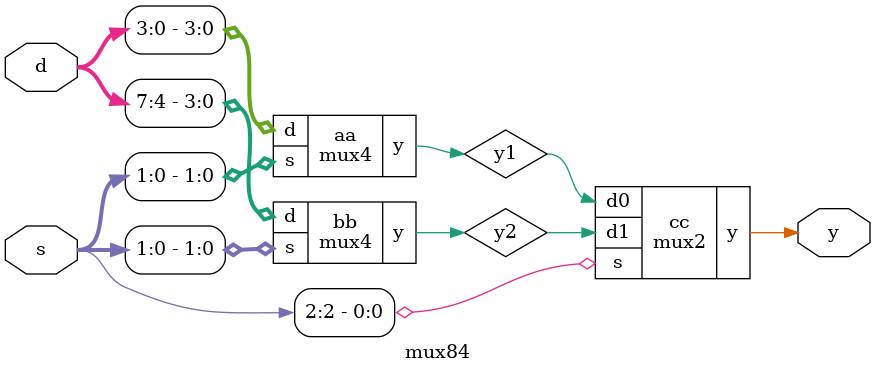
<source format=v>
module mux2(s, d0, d1, y);
input s;
input d0;
input d1;
output y;
wire a1;
wire a2;
and aa(a1,~s,d0);
and bb(a2,s,d1);
or cc(y,a1,a2);
endmodule

module mux4(s, d, y);
input [1:0] s;
input [3:0] d;
output y;
reg y;
always@(s or d)
begin
case(s)
    2'b00 : y=d[0];
    2'b01 : y=d[1];
    2'b10 : y=d[2];
    2'b10 : y=d[3];
    endcase
end
endmodule

module mux84(s, d, y);
input [2:0] s;
input [7:0] d;
output y;
wire y1,y2;
mux4 aa(s[1:0],d[3:0],y1);
mux4 bb(s[1:0],d[7:4],y2);
mux2 cc(s[2],y1,y2,y);
endmodule

</source>
